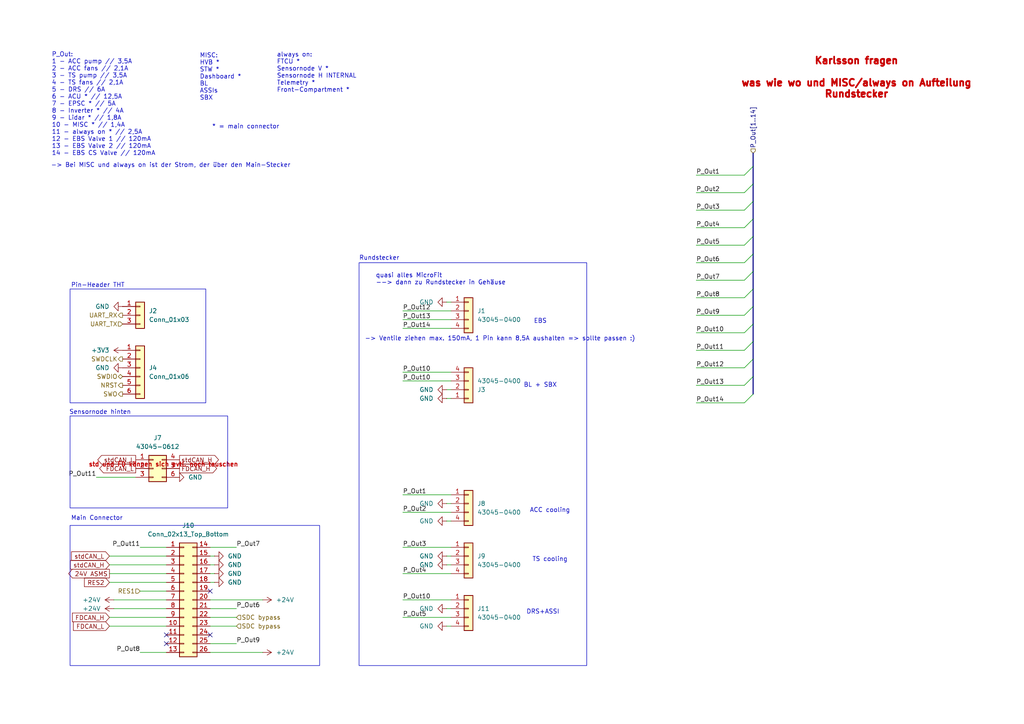
<source format=kicad_sch>
(kicad_sch (version 20231120) (generator "eeschema") (generator_version "8.0")
  (paper "A4")
  (title_block (title "PDU FT25") (date "2024-11-23") (rev "V1.1") (company "Janek Herm") (comment 1 "FaSTTUBe Electronics"))
  (lib_symbols
    (symbol "Connector_Generic:Conn_01x03" (pin_names (offset 1.016) hide)
      (property "Reference" "J" (at 0 5.08 0))
      (property "Value" "Conn_01x03" (at 0 -5.08 0))
      (symbol "Conn_01x03_1_1"
        (rectangle (start -1.27 -2.413) (end 0 -2.667) (stroke (width 0.1524)))
        (rectangle (start -1.27 0.127) (end 0 -0.127) (stroke (width 0.1524)))
        (rectangle (start -1.27 2.667) (end 0 2.413) (stroke (width 0.1524)))
        (rectangle (start -1.27 3.81) (end 1.27 -3.81) (stroke (width 0.254)) (fill (type background)))
        (pin passive line (at -5.08 2.54 0) (length 3.81) (name "Pin_1") (number "1"))
        (pin passive line (at -5.08 0 0) (length 3.81) (name "Pin_2") (number "2"))
        (pin passive line (at -5.08 -2.54 0) (length 3.81) (name "Pin_3") (number "3"))
      )
    )
    (symbol "Connector_Generic:Conn_01x04" (pin_names (offset 1.016) hide)
      (property "Reference" "J" (at 0 5.08 0))
      (property "Value" "Conn_01x04" (at 0 -7.62 0))
      (symbol "Conn_01x04_1_1"
        (rectangle (start -1.27 -4.953) (end 0 -5.207) (stroke (width 0.1524)))
        (rectangle (start -1.27 -2.413) (end 0 -2.667) (stroke (width 0.1524)))
        (rectangle (start -1.27 0.127) (end 0 -0.127) (stroke (width 0.1524)))
        (rectangle (start -1.27 2.667) (end 0 2.413) (stroke (width 0.1524)))
        (rectangle (start -1.27 3.81) (end 1.27 -6.35) (stroke (width 0.254)) (fill (type background)))
        (pin passive line (at -5.08 2.54 0) (length 3.81) (name "Pin_1") (number "1"))
        (pin passive line (at -5.08 0 0) (length 3.81) (name "Pin_2") (number "2"))
        (pin passive line (at -5.08 -2.54 0) (length 3.81) (name "Pin_3") (number "3"))
        (pin passive line (at -5.08 -5.08 0) (length 3.81) (name "Pin_4") (number "4"))
      )
    )
    (symbol "Connector_Generic:Conn_01x06" (pin_names (offset 1.016) hide)
      (property "Reference" "J" (at 0 7.62 0))
      (property "Value" "Conn_01x06" (at 0 -10.16 0))
      (symbol "Conn_01x06_1_1"
        (rectangle (start -1.27 -7.493) (end 0 -7.747) (stroke (width 0.1524)))
        (rectangle (start -1.27 -4.953) (end 0 -5.207) (stroke (width 0.1524)))
        (rectangle (start -1.27 -2.413) (end 0 -2.667) (stroke (width 0.1524)))
        (rectangle (start -1.27 0.127) (end 0 -0.127) (stroke (width 0.1524)))
        (rectangle (start -1.27 2.667) (end 0 2.413) (stroke (width 0.1524)))
        (rectangle (start -1.27 5.207) (end 0 4.953) (stroke (width 0.1524)))
        (rectangle (start -1.27 6.35) (end 1.27 -8.89) (stroke (width 0.254)) (fill (type background)))
        (pin passive line (at -5.08 5.08 0) (length 3.81) (name "Pin_1") (number "1"))
        (pin passive line (at -5.08 2.54 0) (length 3.81) (name "Pin_2") (number "2"))
        (pin passive line (at -5.08 0 0) (length 3.81) (name "Pin_3") (number "3"))
        (pin passive line (at -5.08 -2.54 0) (length 3.81) (name "Pin_4") (number "4"))
        (pin passive line (at -5.08 -5.08 0) (length 3.81) (name "Pin_5") (number "5"))
        (pin passive line (at -5.08 -7.62 0) (length 3.81) (name "Pin_6") (number "6"))
      )
    )
    (symbol "Connector_Generic:Conn_02x03_Top_Bottom" (pin_names (offset 1.016) hide)
      (property "Reference" "J" (at 1.27 5.08 0))
      (property "Value" "Conn_02x03_Top_Bottom" (at 1.27 -5.08 0))
      (symbol "Conn_02x03_Top_Bottom_1_1"
        (rectangle (start -1.27 -2.413) (end 0 -2.667) (stroke (width 0.1524)))
        (rectangle (start -1.27 0.127) (end 0 -0.127) (stroke (width 0.1524)))
        (rectangle (start -1.27 2.667) (end 0 2.413) (stroke (width 0.1524)))
        (rectangle (start -1.27 3.81) (end 3.81 -3.81) (stroke (width 0.254)) (fill (type background)))
        (rectangle (start 3.81 -2.413) (end 2.54 -2.667) (stroke (width 0.1524)))
        (rectangle (start 3.81 0.127) (end 2.54 -0.127) (stroke (width 0.1524)))
        (rectangle (start 3.81 2.667) (end 2.54 2.413) (stroke (width 0.1524)))
        (pin passive line (at -5.08 2.54 0) (length 3.81) (name "Pin_1") (number "1"))
        (pin passive line (at -5.08 0 0) (length 3.81) (name "Pin_2") (number "2"))
        (pin passive line (at -5.08 -2.54 0) (length 3.81) (name "Pin_3") (number "3"))
        (pin passive line (at 7.62 2.54 180) (length 3.81) (name "Pin_4") (number "4"))
        (pin passive line (at 7.62 0 180) (length 3.81) (name "Pin_5") (number "5"))
        (pin passive line (at 7.62 -2.54 180) (length 3.81) (name "Pin_6") (number "6"))
      )
    )
    (symbol "Connector_Generic:Conn_02x13_Top_Bottom" (pin_names (offset 1.016) hide)
      (property "Reference" "J" (at 1.27 17.78 0))
      (property "Value" "Conn_02x13_Top_Bottom" (at 1.27 -17.78 0))
      (symbol "Conn_02x13_Top_Bottom_1_1"
        (rectangle (start -1.27 -15.113) (end 0 -15.367) (stroke (width 0.1524)))
        (rectangle (start -1.27 -12.573) (end 0 -12.827) (stroke (width 0.1524)))
        (rectangle (start -1.27 -10.033) (end 0 -10.287) (stroke (width 0.1524)))
        (rectangle (start -1.27 -7.493) (end 0 -7.747) (stroke (width 0.1524)))
        (rectangle (start -1.27 -4.953) (end 0 -5.207) (stroke (width 0.1524)))
        (rectangle (start -1.27 -2.413) (end 0 -2.667) (stroke (width 0.1524)))
        (rectangle (start -1.27 0.127) (end 0 -0.127) (stroke (width 0.1524)))
        (rectangle (start -1.27 2.667) (end 0 2.413) (stroke (width 0.1524)))
        (rectangle (start -1.27 5.207) (end 0 4.953) (stroke (width 0.1524)))
        (rectangle (start -1.27 7.747) (end 0 7.493) (stroke (width 0.1524)))
        (rectangle (start -1.27 10.287) (end 0 10.033) (stroke (width 0.1524)))
        (rectangle (start -1.27 12.827) (end 0 12.573) (stroke (width 0.1524)))
        (rectangle (start -1.27 15.367) (end 0 15.113) (stroke (width 0.1524)))
        (rectangle (start -1.27 16.51) (end 3.81 -16.51) (stroke (width 0.254)) (fill (type background)))
        (rectangle (start 3.81 -15.113) (end 2.54 -15.367) (stroke (width 0.1524)))
        (rectangle (start 3.81 -12.573) (end 2.54 -12.827) (stroke (width 0.1524)))
        (rectangle (start 3.81 -10.033) (end 2.54 -10.287) (stroke (width 0.1524)))
        (rectangle (start 3.81 -7.493) (end 2.54 -7.747) (stroke (width 0.1524)))
        (rectangle (start 3.81 -4.953) (end 2.54 -5.207) (stroke (width 0.1524)))
        (rectangle (start 3.81 -2.413) (end 2.54 -2.667) (stroke (width 0.1524)))
        (rectangle (start 3.81 0.127) (end 2.54 -0.127) (stroke (width 0.1524)))
        (rectangle (start 3.81 2.667) (end 2.54 2.413) (stroke (width 0.1524)))
        (rectangle (start 3.81 5.207) (end 2.54 4.953) (stroke (width 0.1524)))
        (rectangle (start 3.81 7.747) (end 2.54 7.493) (stroke (width 0.1524)))
        (rectangle (start 3.81 10.287) (end 2.54 10.033) (stroke (width 0.1524)))
        (rectangle (start 3.81 12.827) (end 2.54 12.573) (stroke (width 0.1524)))
        (rectangle (start 3.81 15.367) (end 2.54 15.113) (stroke (width 0.1524)))
        (pin passive line (at -5.08 15.24 0) (length 3.81) (name "Pin_1") (number "1"))
        (pin passive line (at -5.08 -7.62 0) (length 3.81) (name "Pin_10") (number "10"))
        (pin passive line (at -5.08 -10.16 0) (length 3.81) (name "Pin_11") (number "11"))
        (pin passive line (at -5.08 -12.7 0) (length 3.81) (name "Pin_12") (number "12"))
        (pin passive line (at -5.08 -15.24 0) (length 3.81) (name "Pin_13") (number "13"))
        (pin passive line (at 7.62 15.24 180) (length 3.81) (name "Pin_14") (number "14"))
        (pin passive line (at 7.62 12.7 180) (length 3.81) (name "Pin_15") (number "15"))
        (pin passive line (at 7.62 10.16 180) (length 3.81) (name "Pin_16") (number "16"))
        (pin passive line (at 7.62 7.62 180) (length 3.81) (name "Pin_17") (number "17"))
        (pin passive line (at 7.62 5.08 180) (length 3.81) (name "Pin_18") (number "18"))
        (pin passive line (at 7.62 2.54 180) (length 3.81) (name "Pin_19") (number "19"))
        (pin passive line (at -5.08 12.7 0) (length 3.81) (name "Pin_2") (number "2"))
        (pin passive line (at 7.62 0 180) (length 3.81) (name "Pin_20") (number "20"))
        (pin passive line (at 7.62 -2.54 180) (length 3.81) (name "Pin_21") (number "21"))
        (pin passive line (at 7.62 -5.08 180) (length 3.81) (name "Pin_22") (number "22"))
        (pin passive line (at 7.62 -7.62 180) (length 3.81) (name "Pin_23") (number "23"))
        (pin passive line (at 7.62 -10.16 180) (length 3.81) (name "Pin_24") (number "24"))
        (pin passive line (at 7.62 -12.7 180) (length 3.81) (name "Pin_25") (number "25"))
        (pin passive line (at 7.62 -15.24 180) (length 3.81) (name "Pin_26") (number "26"))
        (pin passive line (at -5.08 10.16 0) (length 3.81) (name "Pin_3") (number "3"))
        (pin passive line (at -5.08 7.62 0) (length 3.81) (name "Pin_4") (number "4"))
        (pin passive line (at -5.08 5.08 0) (length 3.81) (name "Pin_5") (number "5"))
        (pin passive line (at -5.08 2.54 0) (length 3.81) (name "Pin_6") (number "6"))
        (pin passive line (at -5.08 0 0) (length 3.81) (name "Pin_7") (number "7"))
        (pin passive line (at -5.08 -2.54 0) (length 3.81) (name "Pin_8") (number "8"))
        (pin passive line (at -5.08 -5.08 0) (length 3.81) (name "Pin_9") (number "9"))
      )
    )
    (symbol "power:+24V" (power) (pin_numbers hide) (pin_names (offset 0) hide)
      (property "Value" "+24V" (at 0 3.556 0))
      (symbol "+24V_0_1"
        (polyline (pts (xy -0.762 1.27) (xy 0 2.54)))
        (polyline (pts (xy 0 0) (xy 0 2.54)))
        (polyline (pts (xy 0 2.54) (xy 0.762 1.27)))
      )
      (symbol "+24V_1_1"
        (pin power_in line (at 0 0 90) (length 0) (name "~") (number "1"))
      )
    )
    (symbol "power:+3.3V" (power) (pin_numbers hide) (pin_names (offset 0) hide)
      (property "Value" "+3.3V" (at 0 3.556 0))
      (symbol "+3.3V_0_1"
        (polyline (pts (xy -0.762 1.27) (xy 0 2.54)))
        (polyline (pts (xy 0 0) (xy 0 2.54)))
        (polyline (pts (xy 0 2.54) (xy 0.762 1.27)))
      )
      (symbol "+3.3V_1_1"
        (pin power_in line (at 0 0 90) (length 0) (name "~") (number "1"))
      )
    )
    (symbol "power:GND" (power) (pin_numbers hide) (pin_names (offset 0) hide)
      (property "Value" "GND" (at 0 -3.81 0))
      (symbol "GND_0_1"
        (polyline (pts (xy 0 0) (xy 0 -1.27) (xy 1.27 -1.27) (xy 0 -2.54) (xy -1.27 -1.27) (xy 0 -1.27)))
      )
      (symbol "GND_1_1"
        (pin power_in line (at 0 0 270) (length 0) (name "~") (number "1"))
      )
    )
  )
  (no_connect (at 60.96 184.15))
  (no_connect (at 60.96 171.45))
  (no_connect (at 48.26 186.69))
  (no_connect (at 48.26 184.15))
  (bus_entry (at 215.9 66.04) (size 2.54 -2.54))
  (bus_entry (at 215.9 55.88) (size 2.54 -2.54))
  (bus_entry (at 215.9 116.84) (size 2.54 -2.54))
  (bus_entry (at 215.9 86.36) (size 2.54 -2.54))
  (bus_entry (at 215.9 91.44) (size 2.54 -2.54))
  (bus_entry (at 215.9 76.2) (size 2.54 -2.54))
  (bus_entry (at 215.9 50.8) (size 2.54 -2.54))
  (bus_entry (at 215.9 71.12) (size 2.54 -2.54))
  (bus_entry (at 215.9 96.52) (size 2.54 -2.54))
  (bus_entry (at 215.9 106.68) (size 2.54 -2.54))
  (bus_entry (at 215.9 60.96) (size 2.54 -2.54))
  (bus_entry (at 215.9 101.6) (size 2.54 -2.54))
  (bus_entry (at 215.9 111.76) (size 2.54 -2.54))
  (bus_entry (at 215.9 81.28) (size 2.54 -2.54))
  (wire (pts (xy 201.93 106.68) (xy 215.9 106.68)))
  (wire (pts (xy 116.84 148.59) (xy 130.81 148.59)))
  (bus (pts (xy 218.44 99.06) (xy 218.44 104.14)))
  (bus (pts (xy 218.44 78.74) (xy 218.44 83.82)))
  (wire (pts (xy 116.84 92.71) (xy 130.81 92.71)))
  (wire (pts (xy 201.93 111.76) (xy 215.9 111.76)))
  (wire (pts (xy 76.2 189.23) (xy 60.96 189.23)))
  (wire (pts (xy 116.84 95.25) (xy 130.81 95.25)))
  (bus (pts (xy 218.44 83.82) (xy 218.44 88.9)))
  (wire (pts (xy 116.84 166.37) (xy 130.81 166.37)))
  (wire (pts (xy 201.93 91.44) (xy 215.9 91.44)))
  (wire (pts (xy 31.75 161.29) (xy 48.26 161.29)))
  (wire (pts (xy 48.26 168.91) (xy 31.75 168.91)))
  (wire (pts (xy 201.93 116.84) (xy 215.9 116.84)))
  (bus (pts (xy 218.44 104.14) (xy 218.44 109.22)))
  (wire (pts (xy 62.23 163.83) (xy 60.96 163.83)))
  (wire (pts (xy 48.26 158.75) (xy 40.64 158.75)))
  (wire (pts (xy 201.93 86.36) (xy 215.9 86.36)))
  (bus (pts (xy 218.44 73.66) (xy 218.44 78.74)))
  (wire (pts (xy 201.93 96.52) (xy 215.9 96.52)))
  (wire (pts (xy 201.93 76.2) (xy 215.9 76.2)))
  (wire (pts (xy 201.93 71.12) (xy 215.9 71.12)))
  (wire (pts (xy 129.54 163.83) (xy 130.81 163.83)))
  (wire (pts (xy 76.2 173.99) (xy 60.96 173.99)))
  (bus (pts (xy 218.44 58.42) (xy 218.44 63.5)))
  (wire (pts (xy 201.93 55.88) (xy 215.9 55.88)))
  (wire (pts (xy 201.93 81.28) (xy 215.9 81.28)))
  (bus (pts (xy 218.44 93.98) (xy 218.44 99.06)))
  (bus (pts (xy 218.44 68.58) (xy 218.44 73.66)))
  (wire (pts (xy 62.23 168.91) (xy 60.96 168.91)))
  (wire (pts (xy 129.54 113.03) (xy 130.81 113.03)))
  (wire (pts (xy 60.96 181.61) (xy 68.58 181.61)))
  (wire (pts (xy 129.54 161.29) (xy 130.81 161.29)))
  (wire (pts (xy 116.84 143.51) (xy 130.81 143.51)))
  (wire (pts (xy 201.93 66.04) (xy 215.9 66.04)))
  (wire (pts (xy 116.84 173.99) (xy 130.81 173.99)))
  (wire (pts (xy 33.02 173.99) (xy 48.26 173.99)))
  (wire (pts (xy 48.26 189.23) (xy 40.64 189.23)))
  (bus (pts (xy 218.44 44.45) (xy 218.44 48.26)))
  (bus (pts (xy 218.44 109.22) (xy 218.44 114.3)))
  (bus (pts (xy 218.44 48.26) (xy 218.44 53.34)))
  (wire (pts (xy 201.93 60.96) (xy 215.9 60.96)))
  (wire (pts (xy 129.54 176.53) (xy 130.81 176.53)))
  (wire (pts (xy 130.81 110.49) (xy 116.84 110.49)))
  (wire (pts (xy 60.96 158.75) (xy 68.58 158.75)))
  (bus (pts (xy 218.44 53.34) (xy 218.44 58.42)))
  (wire (pts (xy 129.54 181.61) (xy 130.81 181.61)))
  (wire (pts (xy 27.94 138.43) (xy 39.37 138.43)))
  (wire (pts (xy 62.23 161.29) (xy 60.96 161.29)))
  (wire (pts (xy 129.54 151.13) (xy 130.81 151.13)))
  (wire (pts (xy 31.75 166.37) (xy 48.26 166.37)))
  (wire (pts (xy 31.75 163.83) (xy 48.26 163.83)))
  (wire (pts (xy 60.96 176.53) (xy 68.58 176.53)))
  (wire (pts (xy 62.23 166.37) (xy 60.96 166.37)))
  (bus (pts (xy 218.44 63.5) (xy 218.44 68.58)))
  (wire (pts (xy 201.93 101.6) (xy 215.9 101.6)))
  (wire (pts (xy 33.02 176.53) (xy 48.26 176.53)))
  (wire (pts (xy 60.96 186.69) (xy 68.58 186.69)))
  (wire (pts (xy 31.75 181.61) (xy 48.26 181.61)))
  (wire (pts (xy 60.96 179.07) (xy 68.58 179.07)))
  (wire (pts (xy 116.84 107.95) (xy 130.81 107.95)))
  (bus (pts (xy 218.44 88.9) (xy 218.44 93.98)))
  (wire (pts (xy 116.84 179.07) (xy 130.81 179.07)))
  (wire (pts (xy 129.54 87.63) (xy 130.81 87.63)))
  (wire (pts (xy 129.54 115.57) (xy 130.81 115.57)))
  (wire (pts (xy 201.93 50.8) (xy 215.9 50.8)))
  (wire (pts (xy 48.26 171.45) (xy 40.64 171.45)))
  (wire (pts (xy 116.84 90.17) (xy 130.81 90.17)))
  (wire (pts (xy 116.84 158.75) (xy 130.81 158.75)))
  (wire (pts (xy 129.54 146.05) (xy 130.81 146.05)))
  (wire (pts (xy 31.75 179.07) (xy 48.26 179.07)))
  (wire (pts (xy 50.8 138.43) (xy 52.07 138.43)))
  (rectangle (start 20.32 83.82) (end 59.69 116.84))
  (rectangle (start 104.14 76.2) (end 170.18 193.04))
  (rectangle (start 20.32 152.4) (end 92.71 193.04))
  (rectangle (start 20.32 120.65) (end 66.04 147.32))
  (text "* = main connector" (at 61.468 36.83 0) (effects (font (size 1.27 1.27)) (justify left)))
  (text "DRS+ASSI" (at 157.48 177.546 0) (effects (font (size 1.27 1.27))))
  (text "Pin-Header THT" (at 20.574 82.804 0) (effects (font (size 1.27 1.27)) (justify left)))
  (text "quasi alles MicroFit\n--> dann zu Rundstecker in Gehäuse" (at 108.966 81.026 0) (effects (font (size 1.27 1.27) (thickness 0.1588)) (justify left)))
  (text "Sensornode hinten" (at 20.066 119.634 0) (effects (font (size 1.27 1.27)) (justify left)))
  (text "Rundstecker" (at 104.14 74.93 0) (effects (font (size 1.27 1.27)) (justify left)))
  (text "Karlsson fragen\n\nwas wie wo und MISC/always on Aufteilung\nRundstecker" (at 248.412 22.606 0) (effects (font (size 2 2) (thickness 0.7) (bold yes))))
  (text "Main Connector" (at 20.574 150.368 0) (effects (font (size 1.27 1.27)) (justify left)))
  (text "-> Ventile ziehen max. 150mA, 1 Pin kann 8,5A aushalten => sollte passen :)" (at 145.034 98.298 0) (effects (font (size 1.27 1.27))))
  (text "EBS" (at 156.718 93.218 0) (effects (font (size 1.27 1.27))))
  (text "MISC:\nHVB *\nSTW *\nDashboard *\nBL\nASSIs\nSBX" (at 57.912 22.352 0) (effects (font (size 1.27 1.27)) (justify left)))
  (text "-> Bei MISC und always on ist der Strom, der über den Main-Stecker" (at 49.53 48.006 0) (effects (font (size 1.27 1.27))))
  (text "TS cooling" (at 159.512 162.306 0) (effects (font (size 1.27 1.27))))
  (text "std und FD können sich evtl. noch tauschen" (at 25.654 134.874 0) (effects (font (size 1.27 1.27) (thickness 0.254) (bold yes)) (justify left)))
  (text "P_Out:\n1 - ACC pump // 3,5A\n2 - ACC fans // 2,1A\n3 - TS pump // 3,5A\n4 - TS fans // 2,1A\n5 - DRS // 6A\n6 - ACU * // 12,5A\n7 - EPSC * // 5A\n8 - Inverter * // 4A\n9 - Lidar * // 1,8A\n10 - MISC * // 1,4A\n11 - always on * // 2,5A\n12 - EBS Valve 1 // 120mA\n13 - EBS Valve 2 // 120mA\n14 - EBS CS Valve // 120mA" (at 14.986 30.226 0) (effects (font (size 1.27 1.27)) (justify left)))
  (text "BL + SBX" (at 156.718 111.76 0) (effects (font (size 1.27 1.27))))
  (text "ACC cooling" (at 159.512 148.082 0) (effects (font (size 1.27 1.27))))
  (text "always on:\nFTCU *\nSensornode V *\nSensornode H INTERNAL\nTelemetry * \nFront-Compartment *" (at 80.264 21.082 0) (effects (font (size 1.27 1.27)) (justify left)))
  (label "P_Out10" (at 201.93 96.52 0))
  (label "P_Out7" (at 68.58 158.75 0))
  (label "P_Out3" (at 201.93 60.96 0))
  (label "P_Out1" (at 201.93 50.8 0))
  (label "P_Out8" (at 201.93 86.36 0))
  (label "P_Out13" (at 201.93 111.76 0))
  (label "P_Out5" (at 116.84 179.07 0))
  (label "P_Out1" (at 116.84 143.51 0))
  (label "P_Out9" (at 201.93 91.44 0))
  (label "P_Out10" (at 116.84 107.95 0))
  (label "P_Out11" (at 201.93 101.6 0))
  (label "P_Out5" (at 201.93 71.12 0))
  (label "P_Out9" (at 68.58 186.69 0))
  (label "P_Out12" (at 201.93 106.68 0))
  (label "P_Out2" (at 201.93 55.88 0))
  (label "P_Out12" (at 116.84 90.17 0))
  (label "P_Out11" (at 27.94 138.43 180))
  (label "P_Out8" (at 40.64 189.23 180))
  (label "P_Out11" (at 40.64 158.75 180))
  (label "P_Out14" (at 116.84 95.25 0))
  (label "P_Out4" (at 116.84 166.37 0))
  (label "P_Out6" (at 68.58 176.53 0))
  (label "P_Out7" (at 201.93 81.28 0))
  (label "P_Out2" (at 116.84 148.59 0))
  (label "P_Out10" (at 116.84 110.49 0))
  (label "P_Out10" (at 116.84 173.99 0))
  (label "P_Out3" (at 116.84 158.75 0))
  (label "P_Out13" (at 116.84 92.71 0))
  (label "P_Out14" (at 201.93 116.84 0))
  (label "P_Out4" (at 201.93 66.04 0))
  (label "P_Out6" (at 201.93 76.2 0))
  (global_label "stdCAN_H" (shape output) (at 52.07 133.35 0) (property "Intersheetrefs" "${INTERSHEET_REFS}" (effects (hide yes))))
  (global_label "FDCAN_H" (shape output) (at 52.07 135.89 0) (property "Intersheetrefs" "${INTERSHEET_REFS}" (effects (hide yes))))
  (global_label "stdCAN_L" (shape input) (at 31.75 161.29 180) (property "Intersheetrefs" "${INTERSHEET_REFS}" (effects (hide yes))))
  (global_label "FDCAN_L" (shape output) (at 39.37 135.89 180) (property "Intersheetrefs" "${INTERSHEET_REFS}" (effects (hide yes))))
  (global_label "FDCAN_L" (shape input) (at 31.75 181.61 180) (property "Intersheetrefs" "${INTERSHEET_REFS}" (effects (hide yes))))
  (global_label "stdCAN_H" (shape input) (at 31.75 163.83 180) (property "Intersheetrefs" "${INTERSHEET_REFS}" (effects (hide yes))))
  (global_label "24V ASMS" (shape output) (at 31.75 166.37 180) (property "Intersheetrefs" "${INTERSHEET_REFS}" (effects (hide yes))))
  (global_label "stdCAN_L" (shape output) (at 39.37 133.35 180) (property "Intersheetrefs" "${INTERSHEET_REFS}" (effects (hide yes))))
  (global_label "FDCAN_H" (shape input) (at 31.75 179.07 180) (property "Intersheetrefs" "${INTERSHEET_REFS}" (effects (hide yes))))
  (global_label "RES2" (shape input) (at 31.75 168.91 180) (property "Intersheetrefs" "${INTERSHEET_REFS}" (effects (hide yes))))
  (hierarchical_label "P_Out[1..14]" (shape input) (at 218.44 44.45 90) (effects (font (thickness 0.1588))))
  (hierarchical_label "SWDIO" (shape bidirectional) (at 35.56 109.22 180) (effects (font (thickness 0.1588))))
  (hierarchical_label "SWO" (shape output) (at 35.56 114.3 180))
  (hierarchical_label "RES1" (shape input) (at 40.64 171.45 180))
  (hierarchical_label "UART_TX" (shape input) (at 35.56 93.98 180))
  (hierarchical_label "SDC bypass" (shape input) (at 68.58 179.07 0))
  (hierarchical_label "NRST" (shape output) (at 35.56 111.76 180) (effects (font (thickness 0.1588))))
  (hierarchical_label "SWDCLK" (shape output) (at 35.56 104.14 180))
  (hierarchical_label "UART_RX" (shape output) (at 35.56 91.44 180))
  (hierarchical_label "SDC bypass" (shape input) (at 68.58 181.61 0))
  (symbol (lib_id "Connector_Generic:Conn_01x04") (at 135.89 90.17 0) (unit 1)
    (property "Reference" "J1" (at 138.43 90.1699 0) (effects (justify left)))
    (property "Value" "43045-0400" (at 138.43 92.7099 0) (effects (justify left)))
    (property "Footprint" "43045-0400:43045-04_00,01,02,10_" (effects (hide yes)))
    (property "Description" "Generic connector, single row, 01x04, script generated (kicad-library-utils/schlib/autogen/connector/)" (effects (hide yes)))
  )
  (symbol (lib_id "power:GND") (at 129.54 176.53 270) (mirror x) (unit 1)
    (property "Reference" "#PWR0215" (effects (hide yes)))
    (property "Value" "GND" (at 125.73 176.5299 90) (effects (justify right)))
    (property "Description" "Power symbol creates a global label with name \"GND\" , ground" (effects (hide yes)))
  )
  (symbol (lib_id "power:+3.3V") (at 35.56 101.6 90) (unit 1)
    (property "Reference" "#PWR035" (effects (hide yes)))
    (property "Value" "+3V3" (at 31.75 101.5999 90) (effects (justify left)))
    (property "Description" "Power symbol creates a global label with name \"+3.3V\"" (effects (hide yes)))
  )
  (symbol (lib_id "power:GND") (at 129.54 181.61 270) (mirror x) (unit 1)
    (property "Reference" "#PWR0214" (effects (hide yes)))
    (property "Value" "GND" (at 125.73 181.6099 90) (effects (justify right)))
    (property "Description" "Power symbol creates a global label with name \"GND\" , ground" (effects (hide yes)))
  )
  (symbol (lib_id "power:GND") (at 129.54 113.03 270) (mirror x) (unit 1)
    (property "Reference" "#PWR0221" (effects (hide yes)))
    (property "Value" "GND" (at 125.73 113.0299 90) (effects (justify right)))
    (property "Description" "Power symbol creates a global label with name \"GND\" , ground" (effects (hide yes)))
  )
  (symbol (lib_id "power:+24V") (at 33.02 173.99 90) (mirror x) (unit 1)
    (property "Reference" "#PWR0196" (effects (hide yes)))
    (property "Value" "+24V" (at 29.21 173.9901 90) (effects (justify left)))
    (property "Description" "Power symbol creates a global label with name \"+24V\"" (effects (hide yes)))
  )
  (symbol (lib_id "Connector_Generic:Conn_01x04") (at 135.89 146.05 0) (unit 1)
    (property "Reference" "J8" (at 138.43 146.0499 0) (effects (justify left)))
    (property "Value" "43045-0400" (at 138.43 148.5899 0) (effects (justify left)))
    (property "Footprint" "43045-0400:43045-04_00,01,02,10_" (effects (hide yes)))
    (property "Description" "Generic connector, single row, 01x04, script generated (kicad-library-utils/schlib/autogen/connector/)" (effects (hide yes)))
  )
  (symbol (lib_id "power:GND") (at 62.23 161.29 90) (unit 1)
    (property "Reference" "#PWR045" (effects (hide yes)))
    (property "Value" "GND" (at 66.04 161.2899 90) (effects (justify right)))
    (property "Description" "Power symbol creates a global label with name \"GND\" , ground" (effects (hide yes)))
  )
  (symbol (lib_id "power:GND") (at 35.56 88.9 270) (unit 1)
    (property "Reference" "#PWR034" (effects (hide yes)))
    (property "Value" "GND" (at 31.75 88.8999 90) (effects (justify right)))
    (property "Description" "Power symbol creates a global label with name \"GND\" , ground" (effects (hide yes)))
  )
  (symbol (lib_id "Connector_Generic:Conn_01x04") (at 135.89 113.03 0) (mirror x) (unit 1)
    (property "Reference" "J3" (at 138.43 113.0301 0) (effects (justify left)))
    (property "Value" "43045-0400" (at 138.43 110.4901 0) (effects (justify left)))
    (property "Footprint" "43045-0400:43045-04_00,01,02,10_" (effects (hide yes)))
    (property "Description" "Generic connector, single row, 01x04, script generated (kicad-library-utils/schlib/autogen/connector/)" (effects (hide yes)))
  )
  (symbol (lib_id "power:GND") (at 62.23 168.91 90) (unit 1)
    (property "Reference" "#PWR0213" (effects (hide yes)))
    (property "Value" "GND" (at 66.04 168.9099 90) (effects (justify right)))
    (property "Description" "Power symbol creates a global label with name \"GND\" , ground" (effects (hide yes)))
  )
  (symbol (lib_id "power:GND") (at 129.54 146.05 270) (mirror x) (unit 1)
    (property "Reference" "#PWR0219" (effects (hide yes)))
    (property "Value" "GND" (at 125.73 146.0499 90) (effects (justify right)))
    (property "Description" "Power symbol creates a global label with name \"GND\" , ground" (effects (hide yes)))
  )
  (symbol (lib_id "power:GND") (at 62.23 163.83 90) (unit 1)
    (property "Reference" "#PWR0195" (effects (hide yes)))
    (property "Value" "GND" (at 66.04 163.8299 90) (effects (justify right)))
    (property "Description" "Power symbol creates a global label with name \"GND\" , ground" (effects (hide yes)))
  )
  (symbol (lib_id "Connector_Generic:Conn_01x06") (at 40.64 106.68 0) (unit 1)
    (property "Reference" "J4" (at 43.18 106.6799 0) (effects (justify left)))
    (property "Value" "Conn_01x06" (at 43.18 109.2199 0) (effects (justify left)))
    (property "Footprint" "Connector_PinHeader_2.54mm:PinHeader_1x06_P2.54mm_Vertical" (effects (hide yes)))
    (property "Description" "Generic connector, single row, 01x06, script generated (kicad-library-utils/schlib/autogen/connector/)" (effects (hide yes)))
  )
  (symbol (lib_id "power:+24V") (at 76.2 189.23 270) (unit 1)
    (property "Reference" "#PWR044" (effects (hide yes)))
    (property "Value" "+24V" (at 80.01 189.2301 90) (effects (justify left)))
    (property "Description" "Power symbol creates a global label with name \"+24V\"" (effects (hide yes)))
  )
  (symbol (lib_id "Connector_Generic:Conn_01x04") (at 135.89 176.53 0) (unit 1)
    (property "Reference" "J11" (at 138.43 176.5299 0) (effects (justify left)))
    (property "Value" "43045-0400" (at 138.43 179.0699 0) (effects (justify left)))
    (property "Footprint" "43045-0400:43045-04_00,01,02,10_" (effects (hide yes)))
    (property "Description" "Generic connector, single row, 01x04, script generated (kicad-library-utils/schlib/autogen/connector/)" (effects (hide yes)))
  )
  (symbol (lib_id "power:+24V") (at 33.02 176.53 90) (mirror x) (unit 1)
    (property "Reference" "#PWR0156" (effects (hide yes)))
    (property "Value" "+24V" (at 29.21 176.5301 90) (effects (justify left)))
    (property "Description" "Power symbol creates a global label with name \"+24V\"" (effects (hide yes)))
  )
  (symbol (lib_id "Connector_Generic:Conn_02x13_Top_Bottom") (at 53.34 173.99 0) (unit 1)
    (property "Reference" "J10" (at 54.61 152.4 0))
    (property "Value" "Conn_02x13_Top_Bottom" (at 54.61 154.94 0))
    (property "Footprint" "6437288-4:64372884" (effects (hide yes)))
    (property "Description" "Generic connector, double row, 02x13, top/bottom pin numbering scheme (row 1: 1...pins_per_row, row2: pins_per_row+1 ... num_pins), script generated (kicad-library-utils/schlib/autogen/connector/)" (effects (hide yes)))
  )
  (symbol (lib_id "power:GND") (at 129.54 161.29 270) (mirror x) (unit 1)
    (property "Reference" "#PWR0217" (effects (hide yes)))
    (property "Value" "GND" (at 125.73 161.2899 90) (effects (justify right)))
    (property "Description" "Power symbol creates a global label with name \"GND\" , ground" (effects (hide yes)))
  )
  (symbol (lib_id "power:GND") (at 62.23 166.37 90) (unit 1)
    (property "Reference" "#PWR0205" (effects (hide yes)))
    (property "Value" "GND" (at 66.04 166.3699 90) (effects (justify right)))
    (property "Description" "Power symbol creates a global label with name \"GND\" , ground" (effects (hide yes)))
  )
  (symbol (lib_id "Connector_Generic:Conn_01x04") (at 135.89 161.29 0) (unit 1)
    (property "Reference" "J9" (at 138.43 161.2899 0) (effects (justify left)))
    (property "Value" "43045-0400" (at 138.43 163.8299 0) (effects (justify left)))
    (property "Footprint" "43045-0400:43045-04_00,01,02,10_" (effects (hide yes)))
    (property "Description" "Generic connector, single row, 01x04, script generated (kicad-library-utils/schlib/autogen/connector/)" (effects (hide yes)))
  )
  (symbol (lib_id "power:+24V") (at 76.2 173.99 270) (unit 1)
    (property "Reference" "#PWR0206" (effects (hide yes)))
    (property "Value" "+24V" (at 80.01 173.9901 90) (effects (justify left)))
    (property "Description" "Power symbol creates a global label with name \"+24V\"" (effects (hide yes)))
  )
  (symbol (lib_id "Connector_Generic:Conn_02x03_Top_Bottom") (at 44.45 135.89 0) (unit 1)
    (property "Reference" "J7" (at 45.72 127 0))
    (property "Value" "43045-0612" (at 45.72 129.54 0))
    (property "Footprint" "Connector_Molex:Molex_Micro-Fit_3.0_43045-0612_2x03_P3.00mm_Vertical" (effects (hide yes)))
    (property "Description" "Generic connector, double row, 02x03, top/bottom pin numbering scheme (row 1: 1...pins_per_row, row2: pins_per_row+1 ... num_pins), script generated (kicad-library-utils/schlib/autogen/connector/)" (effects (hide yes)))
  )
  (symbol (lib_id "power:GND") (at 129.54 115.57 270) (mirror x) (unit 1)
    (property "Reference" "#PWR0220" (effects (hide yes)))
    (property "Value" "GND" (at 125.73 115.5699 90) (effects (justify right)))
    (property "Description" "Power symbol creates a global label with name \"GND\" , ground" (effects (hide yes)))
  )
  (symbol (lib_id "power:GND") (at 50.8 138.43 90) (unit 1)
    (property "Reference" "#PWR040" (effects (hide yes)))
    (property "Value" "GND" (at 54.61 138.4299 90) (effects (justify right)))
    (property "Description" "Power symbol creates a global label with name \"GND\" , ground" (effects (hide yes)))
  )
  (symbol (lib_id "power:GND") (at 129.54 163.83 270) (mirror x) (unit 1)
    (property "Reference" "#PWR0216" (effects (hide yes)))
    (property "Value" "GND" (at 125.73 163.8299 90) (effects (justify right)))
    (property "Description" "Power symbol creates a global label with name \"GND\" , ground" (effects (hide yes)))
  )
  (symbol (lib_id "Connector_Generic:Conn_01x03") (at 40.64 91.44 0) (unit 1)
    (property "Reference" "J2" (at 43.18 90.1699 0) (effects (justify left)))
    (property "Value" "Conn_01x03" (at 43.18 92.7099 0) (effects (justify left)))
    (property "Footprint" "Connector_PinHeader_2.54mm:PinHeader_1x03_P2.54mm_Vertical" (effects (hide yes)))
    (property "Description" "Generic connector, single row, 01x03, script generated (kicad-library-utils/schlib/autogen/connector/)" (effects (hide yes)))
  )
  (symbol (lib_id "power:GND") (at 35.56 106.68 270) (unit 1)
    (property "Reference" "#PWR037" (effects (hide yes)))
    (property "Value" "GND" (at 31.75 106.6799 90) (effects (justify right)))
    (property "Description" "Power symbol creates a global label with name \"GND\" , ground" (effects (hide yes)))
  )
  (symbol (lib_id "power:GND") (at 129.54 87.63 270) (mirror x) (unit 1)
    (property "Reference" "#PWR0222" (effects (hide yes)))
    (property "Value" "GND" (at 125.73 87.6299 90) (effects (justify right)))
    (property "Description" "Power symbol creates a global label with name \"GND\" , ground" (effects (hide yes)))
  )
  (symbol (lib_id "power:GND") (at 129.54 151.13 270) (mirror x) (unit 1)
    (property "Reference" "#PWR0218" (effects (hide yes)))
    (property "Value" "GND" (at 125.73 151.1299 90) (effects (justify right)))
    (property "Description" "Power symbol creates a global label with name \"GND\" , ground" (effects (hide yes)))
  )
)
</source>
